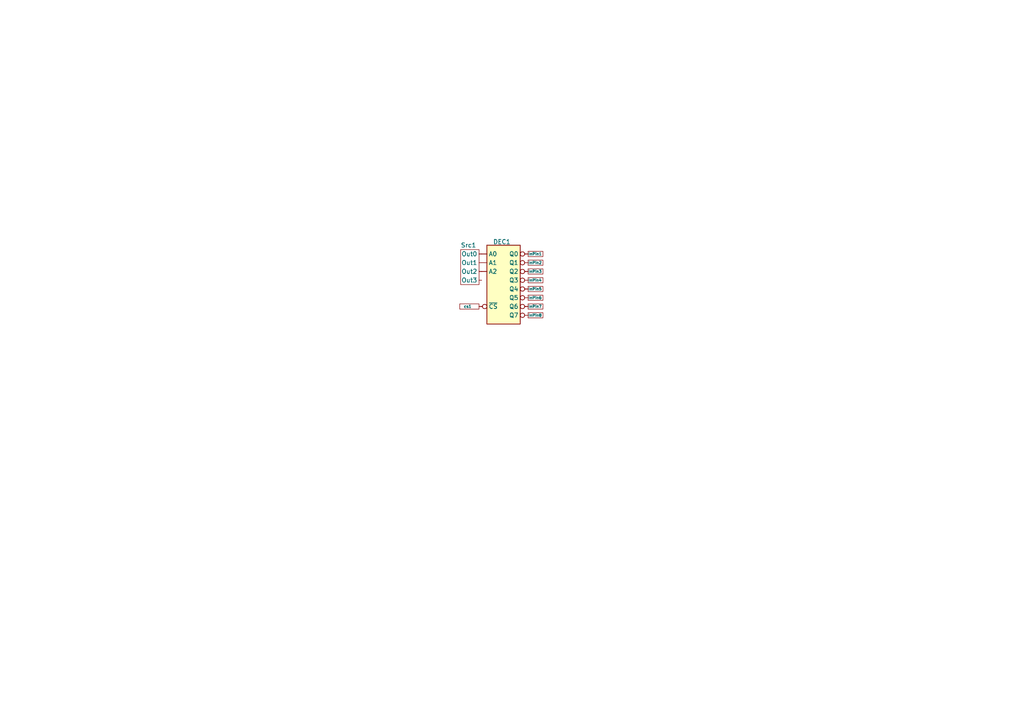
<source format=kicad_sch>
(kicad_sch (version 20230121) (generator eeschema)
  (paper "A4")
  (lib_symbols
    (symbol "Tests:InPin" (pin_numbers hide) (pin_names hide)
      (property "Reference" "InPin" (at 2.794 0 0))
      (symbol "InPin_0_1"
        (rectangle (start 0.762 0.762) (end 5.08 -0.762))
      )
      (symbol "InPin_1_1"
        (pin input line (at 0 0 0) (length 0.75) (name "In") (number "1"))
      )
    )
    (symbol "Tests:OutBus4x" (pin_numbers hide)
      (property "Reference" "OutBus4x" (at -1.524 6.096 0))
      (symbol "OutBus4x_0_1"
        (rectangle (start -6.096 5.08) (end -0.75 -5.08))
      )
      (symbol "OutBus4x_1_1"
        (pin output line (at 0 3.81 180) (length 0.75) (name "Out0") (number "0"))
        (pin output line (at 0 1.27 180) (length 0.75) (name "Out1") (number "1"))
        (pin output line (at 0 -1.27 180) (length 0.75) (name "Out2") (number "2"))
        (pin output line (at 0 -3.81 180) (length 0.75) (name "Out3") (number "3"))
      )
    )
    (symbol "Tests:OutPin" (pin_numbers hide) (pin_names hide)
      (property "Reference" "OutPin" (at -4.064 0 0))
      (symbol "OutPin_0_1"
        (rectangle (start -6.35 0.762) (end -0.762 -0.762))
      )
      (symbol "OutPin_1_1"
        (pin output line (at 0 0 180) (length 0.75) (name "Out") (number "1"))
      )
    )
    (symbol "chip:DECODE_3BIT" (pin_numbers hide)
      (property "Reference" "DEC" (at -3.048 12.954 0))
      (symbol "DECODE_3BIT_1_1"
        (rectangle (start -4.826 12.7) (end 4.826 -10.16) (stroke (width 0.254)) (fill (type background)))
        (pin input line (at -6.35 10.16 0) (length 1.5) (name "A0") (number "1"))
        (pin tri_state inverted (at 6.35 -5.08 180) (length 1.5) (name "Q6") (number "10"))
        (pin tri_state inverted (at 6.35 -7.62 180) (length 1.5) (name "Q7") (number "11"))
        (pin input inverted (at -6.35 -5.08 0) (length 1.5) (name "~{CS}") (number "12"))
        (pin input line (at -6.35 7.62 0) (length 1.5) (name "A1") (number "2"))
        (pin input line (at -6.35 5.08 0) (length 1.5) (name "A2") (number "3"))
        (pin tri_state inverted (at 6.35 10.16 180) (length 1.5) (name "Q0") (number "4"))
        (pin tri_state inverted (at 6.35 7.62 180) (length 1.5) (name "Q1") (number "5"))
        (pin tri_state inverted (at 6.35 5.08 180) (length 1.5) (name "Q2") (number "6"))
        (pin tri_state inverted (at 6.35 2.54 180) (length 1.5) (name "Q3") (number "7"))
        (pin tri_state inverted (at 6.35 0 180) (length 1.5) (name "Q4") (number "8"))
        (pin tri_state inverted (at 6.35 -2.54 180) (length 1.5) (name "Q5") (number "9"))
      )
    )
  )
  (symbol (lib_id "Tests:InPin") (at 152.4 86.36 0) (unit 1)
    (property "Reference" "InPin6" (at 155.194 86.36 0) (effects (font (size 0.8 0.8))))
    (property "Value" "InPin" (effects hide))
  )
  (symbol (lib_id "Tests:OutPin") (at 139.7 88.9 0) (unit 1)
    (property "Reference" "cs1" (at 135.636 88.9 0) (effects (font (size 0.8 0.8))))
    (property "Value" "OutPin" (effects hide))
  )
  (symbol (lib_id "Tests:InPin") (at 152.4 73.66 0) (unit 1)
    (property "Reference" "InPin1" (at 155.194 73.66 0) (effects (font (size 0.8 0.8))))
    (property "Value" "InPin" (effects hide))
  )
  (symbol (lib_id "Tests:InPin") (at 152.4 76.2 0) (unit 1)
    (property "Reference" "InPin2" (at 155.194 76.2 0) (effects (font (size 0.8 0.8))))
    (property "Value" "InPin" (effects hide))
  )
  (symbol (lib_id "Tests:InPin") (at 152.4 78.74 0) (unit 1)
    (property "Reference" "InPin3" (at 155.194 78.74 0) (effects (font (size 0.8 0.8))))
    (property "Value" "InPin" (effects hide))
  )
  (symbol (lib_id "Tests:InPin") (at 152.4 88.9 0) (unit 1)
    (property "Reference" "InPin7" (at 155.194 88.9 0) (effects (font (size 0.8 0.8))))
    (property "Value" "InPin" (effects hide))
  )
  (symbol (lib_id "Tests:InPin") (at 152.4 81.28 0) (unit 1)
    (property "Reference" "InPin4" (at 155.194 81.28 0) (effects (font (size 0.8 0.8))))
    (property "Value" "InPin" (effects hide))
  )
  (symbol (lib_id "Tests:InPin") (at 152.4 91.44 0) (unit 1)
    (property "Reference" "InPin8" (at 155.194 91.44 0) (effects (font (size 0.8 0.8))))
    (property "Value" "InPin" (effects hide))
  )
  (symbol (lib_id "Tests:OutBus4x") (at 139.7 77.47 0) (unit 1)
    (property "Reference" "Src1" (at 135.89 71.12 0))
    (property "Value" "OutBus4x" (effects hide))
  )
  (symbol (lib_id "Tests:InPin") (at 152.4 83.82 0) (unit 1)
    (property "Reference" "InPin5" (at 155.194 83.82 0) (effects (font (size 0.8 0.8))))
    (property "Value" "InPin" (effects hide))
  )
  (symbol (lib_id "chip:DECODE_3BIT") (at 146.05 83.82 0) (unit 1)
    (property "Reference" "DEC1" (at 143.002 70.866 0) (effects (justify left bottom)))
    (property "Value" "decode_3_bit" (effects hide))
  )
)
</source>
